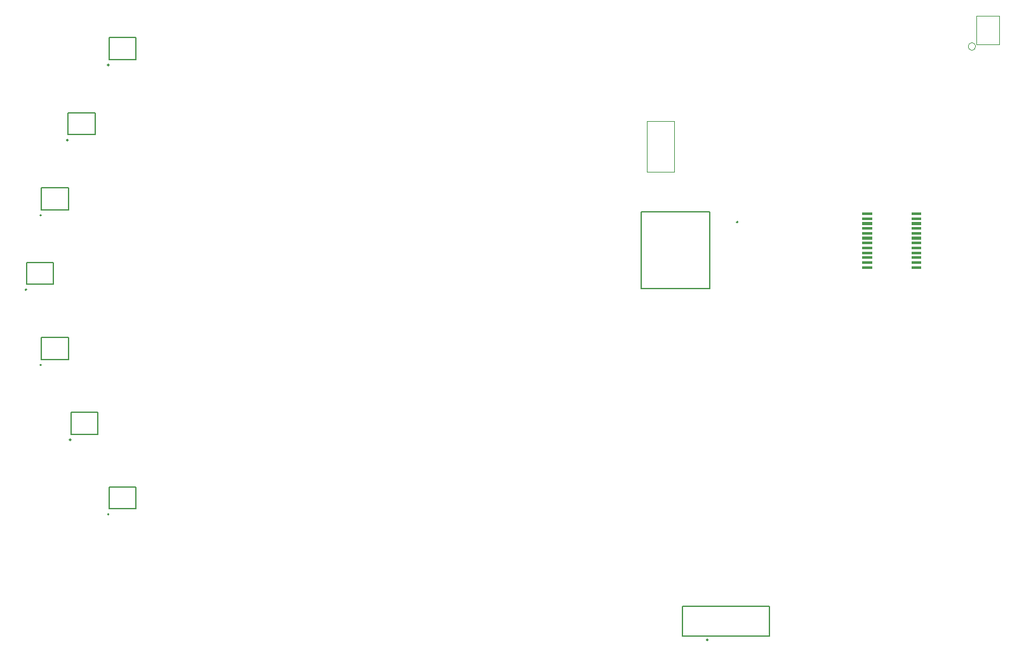
<source format=gbr>
G04*
G04 #@! TF.GenerationSoftware,Altium Limited,Altium Designer,25.5.2 (35)*
G04*
G04 Layer_Color=16711935*
%FSLAX25Y25*%
%MOIN*%
G70*
G04*
G04 #@! TF.SameCoordinates,3A6C04F0-8456-4D88-A865-9B6E00D0E649*
G04*
G04*
G04 #@! TF.FilePolarity,Positive*
G04*
G01*
G75*
%ADD12C,0.00787*%
%ADD14C,0.00500*%
%ADD74C,0.00394*%
G36*
X447500Y199225D02*
Y200625D01*
X452600D01*
Y199225D01*
X447500D01*
D02*
G37*
G36*
Y201784D02*
Y203184D01*
X452600D01*
Y201784D01*
X447500D01*
D02*
G37*
G36*
Y204343D02*
Y205743D01*
X452600D01*
Y204343D01*
X447500D01*
D02*
G37*
G36*
Y206902D02*
Y208302D01*
X452600D01*
Y206902D01*
X447500D01*
D02*
G37*
G36*
Y209461D02*
Y210861D01*
X452600D01*
Y209461D01*
X447500D01*
D02*
G37*
G36*
Y212021D02*
Y213421D01*
X452600D01*
Y212021D01*
X447500D01*
D02*
G37*
G36*
Y214580D02*
Y215980D01*
X452600D01*
Y214580D01*
X447500D01*
D02*
G37*
G36*
Y217139D02*
Y218539D01*
X452600D01*
Y217139D01*
X447500D01*
D02*
G37*
G36*
Y219698D02*
Y221098D01*
X452600D01*
Y219698D01*
X447500D01*
D02*
G37*
G36*
Y222257D02*
Y223657D01*
X452600D01*
Y222257D01*
X447500D01*
D02*
G37*
G36*
Y224816D02*
Y226216D01*
X452600D01*
Y224816D01*
X447500D01*
D02*
G37*
G36*
Y227375D02*
Y228775D01*
X452600D01*
Y227375D01*
X447500D01*
D02*
G37*
G36*
X473400Y199225D02*
Y200625D01*
X478500D01*
Y199225D01*
X473400D01*
D02*
G37*
G36*
Y201784D02*
Y203184D01*
X478500D01*
Y201784D01*
X473400D01*
D02*
G37*
G36*
Y204343D02*
Y205743D01*
X478500D01*
Y204343D01*
X473400D01*
D02*
G37*
G36*
Y206902D02*
Y208302D01*
X478500D01*
Y206902D01*
X473400D01*
D02*
G37*
G36*
Y209461D02*
Y210861D01*
X478500D01*
Y209461D01*
X473400D01*
D02*
G37*
G36*
Y212021D02*
Y213421D01*
X478500D01*
Y212021D01*
X473400D01*
D02*
G37*
G36*
Y214580D02*
Y215980D01*
X478500D01*
Y214580D01*
X473400D01*
D02*
G37*
G36*
Y217139D02*
Y218539D01*
X478500D01*
Y217139D01*
X473400D01*
D02*
G37*
G36*
Y219698D02*
Y221098D01*
X478500D01*
Y219698D01*
X473400D01*
D02*
G37*
G36*
Y222257D02*
Y223657D01*
X478500D01*
Y222257D01*
X473400D01*
D02*
G37*
G36*
Y224816D02*
Y226216D01*
X478500D01*
Y224816D01*
X473400D01*
D02*
G37*
G36*
Y227375D02*
Y228775D01*
X478500D01*
Y227375D01*
X473400D01*
D02*
G37*
D12*
X51957Y70114D02*
G03*
X51957Y70114I-394J0D01*
G01*
X30413Y266839D02*
G03*
X30413Y266839I-394J0D01*
G01*
X8661Y188189D02*
G03*
X8661Y188189I-394J0D01*
G01*
X31913Y109339D02*
G03*
X31913Y109339I-394J0D01*
G01*
X16370Y148614D02*
G03*
X16370Y148614I-394J0D01*
G01*
X16413Y227339D02*
G03*
X16413Y227339I-394J0D01*
G01*
X51913Y306339D02*
G03*
X51913Y306339I-394J0D01*
G01*
X366394Y4157D02*
G03*
X366394Y4157I-394J0D01*
G01*
X382130Y223764D02*
G03*
X382130Y223764I-394J0D01*
G01*
D14*
X51957Y73067D02*
X66130D01*
X51957D02*
Y84484D01*
X66130D01*
Y73067D02*
Y84484D01*
X44587Y269791D02*
Y281209D01*
X30413D02*
X44587D01*
X30413Y269791D02*
Y281209D01*
Y269791D02*
X44587D01*
X22835Y191142D02*
Y202559D01*
X8661D02*
X22835D01*
X8661Y191142D02*
Y202559D01*
Y191142D02*
X22835D01*
X46087Y112291D02*
Y123709D01*
X31913D02*
X46087D01*
X31913Y112291D02*
Y123709D01*
Y112291D02*
X46087D01*
X30543Y151567D02*
Y162984D01*
X16370D02*
X30543D01*
X16370Y151567D02*
Y162984D01*
Y151567D02*
X30543D01*
X30587Y230291D02*
Y241709D01*
X16413D02*
X30587D01*
X16413Y230291D02*
Y241709D01*
Y230291D02*
X30587D01*
X66087Y309291D02*
Y320709D01*
X51913D02*
X66087D01*
X51913Y309291D02*
Y320709D01*
Y309291D02*
X66087D01*
X353008Y21874D02*
X398677D01*
Y6126D02*
Y21874D01*
X353008Y6126D02*
X398677D01*
X353008D02*
Y21874D01*
X367415Y188921D02*
Y229079D01*
X331392Y188921D02*
X367415D01*
X331392D02*
Y229079D01*
X367415D01*
D74*
X506968Y316032D02*
G03*
X506968Y316032I-1969J0D01*
G01*
X519500Y317000D02*
Y332000D01*
X507500Y317000D02*
Y332000D01*
Y317000D02*
X519500D01*
X507500Y332000D02*
X519500D01*
X334217Y250311D02*
X348783D01*
X334217Y276689D02*
X348783D01*
X334217Y250311D02*
Y276689D01*
X348783Y250311D02*
Y276689D01*
M02*

</source>
